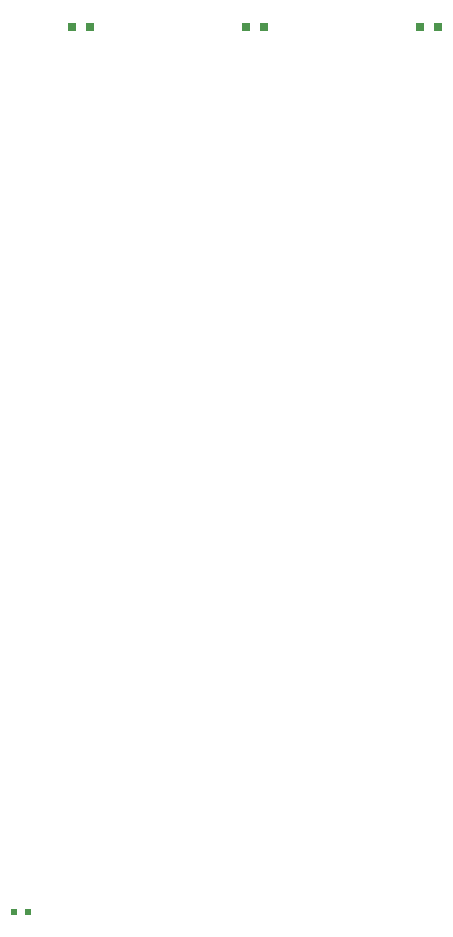
<source format=gbr>
G04 EAGLE Gerber RS-274X export*
G75*
%MOMM*%
%FSLAX34Y34*%
%LPD*%
%INSolderpaste Bottom*%
%IPPOS*%
%AMOC8*
5,1,8,0,0,1.08239X$1,22.5*%
G01*
%ADD10R,0.800000X0.800000*%
%ADD11R,0.609600X0.508000*%


D10*
X622180Y965200D03*
X607180Y965200D03*
X769500Y965200D03*
X754500Y965200D03*
X916820Y965200D03*
X901820Y965200D03*
D11*
X569468Y215900D03*
X558292Y215900D03*
M02*

</source>
